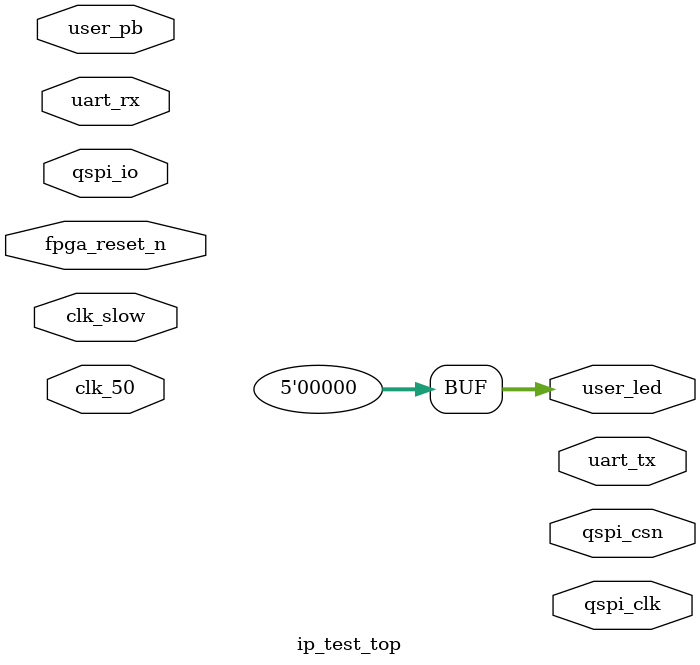
<source format=v>
/* SPDX-License-Identifier: MIT */
/* (c) Copyright 2018 David M. Koltak, all rights reserved. */

//
// Intel PSG Max 10 DevKit Reference Design
//

module ip_test_top
(
    input clk_50,
    input clk_slow,
    input fpga_reset_n,

    output qspi_clk,
    inout [3:0] qspi_io,
    output qspi_csn,

    input uart_rx,
    output uart_tx,

    output [4:0] user_led,
    input [3:0] user_pb
);

    assign user_led = 5'b0;

    wire irom_cs;
    wire [23:0] irom_addr;
    wire [31:0] irom_data;

    irom irom
    (
        .clk(clk_50),

        .addr(irom_addr),
        .cs(irom_cs),
        .dout(irom_data)
    );

    wire [31:0] dram_addr;
    wire dram_cs;
    wire dram_wr;
    wire [3:0] dram_mask;
    wire [31:0] dram_din;
    wire [31:0] dram_dout;

    dram dram
    (
        .clk(clk_50),

        .addr(dram_addr),
        .cs(dram_cs),
        .wr(dram_wr),
        .mask(dram_mask),
        .din(dram_din),
        .dout(dram_dout)
    );

    wire [31:0] test_progress;
    wire [31:0] test_fail;
    wire [31:0] test_pass;

    wire [68:0] rcn_00;
    wire [68:0] rcn_01;
    wire [68:0] rcn_02;
    wire [68:0] rcn_03;
    wire [68:0] rcn_04;

    tawas #(.MASTER_ID(0)) tawas
    (
        .clk(clk_50),
        .rst(!fpga_reset_n),
        .ics(irom_cs),
        .iaddr(irom_addr),
        .idata(irom_data),

        .dcs(dram_cs),
        .dwr(dram_wr),
        .daddr(dram_addr),
        .dmask(dram_mask),
        .dout(dram_din),
        .din(dram_dout),

        .rcn_in(rcn_00),
        .rcn_out(rcn_01)
    );

    rcn_testregs #(.ADDR_BASE(24'hFFFFF0)) testregs
    (
        .clk(clk_50),
        .rst(!fpga_reset_n),

        .test_progress(),
        .test_progress(),
        .test_pass(),

        .rcn_in(rcn_01),
        .rcn_out(rcn_02)
    );

    rcn_ram #(.ADDR_BASE(24'hFE0000)) sram_0
    (
        .clk(clk_50),
        .rst(!fpga_reset_n),

        .rcn_in(rcn_02),
        .rcn_out(rcn_03)
    );

    wire [68:0] rcn_10;
    wire [68:0] rcn_11;
    wire [68:0] rcn_12;

    rcn_bridge #(.ID_MASK(6'h3C), .ID_BASE(6'h04),
                 .ADDR_MASK(24'hF00000), .ADDR_BASE(24'h000000)) bridge_1
    (
        .clk(clk_50),
        .rst(!fpga_reset_n),

        .main_rcn_in(rcn_03),
        .main_rcn_out(rcn_04),

        .sub_rcn_in(rcn_10),
        .sub_rcn_out(rcn_11)
    );

    rcn_ram #(.ADDR_BASE(24'h0E0000)) sram_1
    (
        .clk(clk_50),
        .rst(!fpga_reset_n),

        .rcn_in(rcn_11),
        .rcn_out(rcn_12)
    );

    rcn_dma #(.ADDR_BASE(24'h0FFFC0), .MASTER_ID(4)) dma_1
    (
        .clk(clk_50),
        .rst(!fpga_reset_n),

        .rcn_in(rcn_12),
        .rcn_out(rcn_10),

        .req(16'h0001),
        .done()
    );

    wire [68:0] rcn_20;
    wire [68:0] rcn_21;
    wire [68:0] rcn_22;

    rcn_bridge_async #(.ID_MASK(6'h3C), .ID_BASE(6'h08),
                       .ADDR_MASK(24'h300000), .ADDR_BASE(24'h100000))  bridge_2
    (
        .main_clk(clk_50),
        .main_rst(!fpga_reset_n),
        .sub_clk(clk_slow),

        .main_rcn_in(rcn_04),
        .main_rcn_out(rcn_00),

        .sub_rcn_in(rcn_20),
        .sub_rcn_out(rcn_21)
    );

    rcn_ram #(.ADDR_BASE(24'h1E0000)) sram_2
    (
        .clk(clk_slow),
        .rst(!fpga_reset_n),

        .rcn_in(rcn_21),
        .rcn_out(rcn_22)
    );

    rcn_dma #(.ADDR_BASE(24'h1FFFC0), .MASTER_ID(8)) dma_2
    (
        .clk(clk_slow),
        .rst(!fpga_reset_n),

        .rcn_in(rcn_22),
        .rcn_out(rcn_20),

        .req(16'h0001),
        .done()
    );

endmodule

</source>
